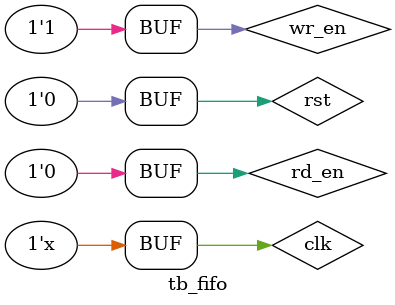
<source format=v>
`timescale 100ns / 10ns
`define WIDTH 16
module tb_fifo;
  reg clk;
  reg rst;
  reg [`WIDTH-1:0] buf_in;
  reg wr_en;
  reg rd_en;
  
  wire [`WIDTH-1:0] buf_out;

  fifo dut
  (
    .clk(clk),
    .rst(rst),
    .buf_in(buf_in),
    .buf_out(buf_out),
    .wr_en(wr_en),
    .rd_en(rd_en)
  );

  initial begin
    rst   = 1'b1;
    clk   = 1'b0;
    wr_en = 1'b0;
    rd_en = 1'b0;
    buf_in = 16'd0; 

    #1; 
      rst     = 1'b0;
      wr_en   = 1'b1;   
  end

  always #0.5 clk = !clk;
  always @(posedge clk) 
  begin
    buf_in <= buf_in + 8'd30;
  end
endmodule

</source>
